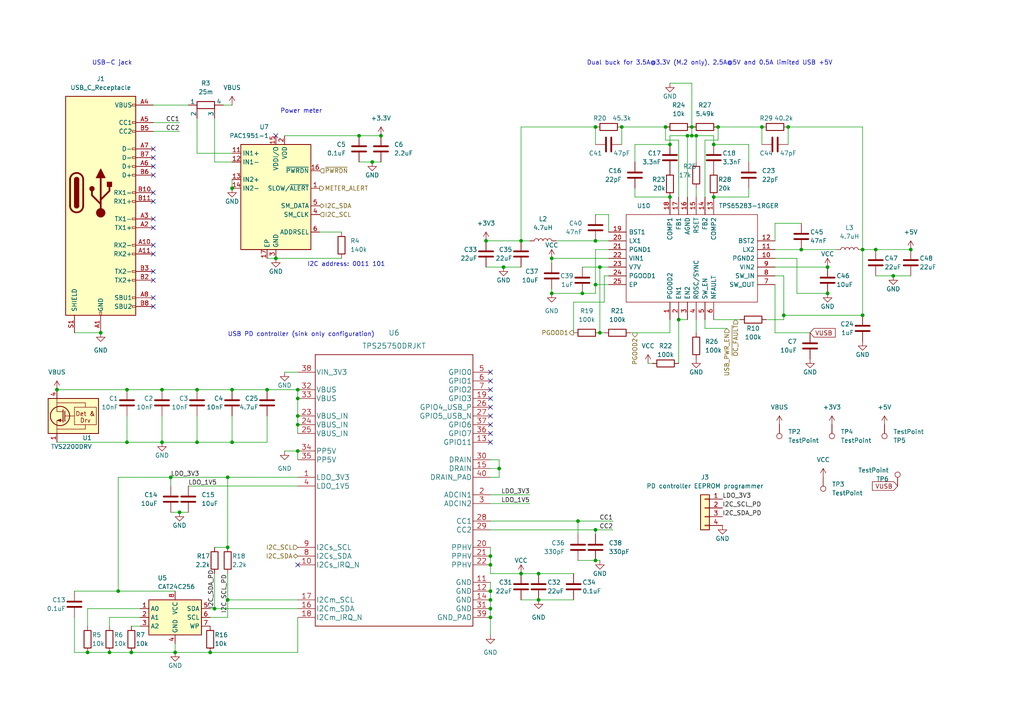
<source format=kicad_sch>
(kicad_sch (version 20230121) (generator eeschema)
  (paper "A4")
  (junction (at 144.78 135.89))
  (junction (at 172.72 162.56))
  (junction (at 66.04 138.43))
  (junction (at 200.66 36.83))
  (junction (at 77.47 113.03))
  (junction (at 107.95 46.99))
  (junction (at 67.31 113.03))
  (junction (at 240.03 85.09))
  (junction (at 66.04 173.99))
  (junction (at 160.02 85.09))
  (junction (at 160.02 74.93))
  (junction (at 156.21 173.99))
  (junction (at 207.01 41.91))
  (junction (at 227.33 91.44))
  (junction (at 86.36 130.81))
  (junction (at 180.34 36.83))
  (junction (at 173.99 96.52))
  (junction (at 46.99 128.27))
  (junction (at 208.28 36.83))
  (junction (at 140.97 69.85))
  (junction (at 264.16 72.39))
  (junction (at 156.21 166.37))
  (junction (at 250.19 72.39))
  (junction (at 173.99 77.47))
  (junction (at 146.05 77.47))
  (junction (at 142.24 163.83))
  (junction (at 110.49 39.37))
  (junction (at 62.23 176.53))
  (junction (at 193.04 36.83))
  (junction (at 25.4 189.23))
  (junction (at 66.04 158.75))
  (junction (at 172.72 36.83))
  (junction (at 67.31 128.27))
  (junction (at 151.13 166.37))
  (junction (at 142.24 176.53))
  (junction (at 142.24 171.45))
  (junction (at 57.15 128.27))
  (junction (at 67.31 54.61))
  (junction (at 86.36 120.65))
  (junction (at 194.31 57.15))
  (junction (at 240.03 77.47))
  (junction (at 220.98 36.83))
  (junction (at 36.83 128.27))
  (junction (at 194.31 41.91))
  (junction (at 50.8 189.23))
  (junction (at 172.72 82.55))
  (junction (at 29.21 96.52))
  (junction (at 52.07 148.59))
  (junction (at 172.72 153.67))
  (junction (at 168.91 85.09))
  (junction (at 86.36 113.03))
  (junction (at 172.72 69.85))
  (junction (at 80.01 74.93))
  (junction (at 16.51 113.03))
  (junction (at 151.13 69.85))
  (junction (at 104.14 39.37))
  (junction (at 36.83 113.03))
  (junction (at 254 72.39))
  (junction (at 259.08 80.01))
  (junction (at 250.19 91.44))
  (junction (at 142.24 161.29))
  (junction (at 38.1 189.23))
  (junction (at 200.66 39.37))
  (junction (at 142.24 173.99))
  (junction (at 142.24 179.07))
  (junction (at 167.64 151.13))
  (junction (at 34.29 171.45))
  (junction (at 201.93 39.37))
  (junction (at 49.53 138.43))
  (junction (at 199.39 39.37))
  (junction (at 86.36 115.57))
  (junction (at 57.15 113.03))
  (junction (at 228.6 36.83))
  (junction (at 31.75 189.23))
  (junction (at 46.99 113.03))
  (junction (at 207.01 57.15))
  (junction (at 86.36 123.19))
  (junction (at 232.41 72.39))
  (junction (at 60.96 189.23))
  (junction (at 196.85 92.71))
  (no_connect (at 142.24 118.11))
  (no_connect (at 142.24 120.65))
  (no_connect (at 44.45 71.12))
  (no_connect (at 44.45 73.66))
  (no_connect (at 44.45 50.8))
  (no_connect (at 44.45 43.18))
  (no_connect (at 44.45 45.72))
  (no_connect (at 44.45 48.26))
  (no_connect (at 86.36 163.83))
  (no_connect (at 80.01 39.37))
  (no_connect (at 142.24 107.95))
  (no_connect (at 142.24 123.19))
  (no_connect (at 142.24 115.57))
  (no_connect (at 142.24 128.27))
  (no_connect (at 142.24 125.73))
  (no_connect (at 142.24 113.03))
  (no_connect (at 142.24 110.49))
  (no_connect (at 44.45 55.88))
  (no_connect (at 44.45 58.42))
  (no_connect (at 44.45 63.5))
  (no_connect (at 44.45 66.04))
  (no_connect (at 44.45 88.9))
  (no_connect (at 44.45 78.74))
  (no_connect (at 44.45 81.28))
  (no_connect (at 44.45 86.36))
  (wire (pts (xy 66.04 179.07) (xy 66.04 173.99)))
  (wire (pts (xy 168.91 77.47) (xy 173.99 77.47)))
  (wire (pts (xy 86.36 123.19) (xy 86.36 120.65)))
  (wire (pts (xy 36.83 113.03) (xy 16.51 113.03)))
  (wire (pts (xy 77.47 128.27) (xy 67.31 128.27)))
  (wire (pts (xy 180.34 36.83) (xy 193.04 36.83)))
  (wire (pts (xy 194.31 41.91) (xy 194.31 39.37)))
  (wire (pts (xy 160.02 83.82) (xy 160.02 85.09)))
  (wire (pts (xy 142.24 153.67) (xy 172.72 153.67)))
  (wire (pts (xy 172.72 41.91) (xy 172.72 36.83)))
  (wire (pts (xy 66.04 138.43) (xy 66.04 158.75)))
  (wire (pts (xy 176.53 67.31) (xy 176.53 62.23)))
  (wire (pts (xy 201.93 39.37) (xy 207.01 39.37)))
  (wire (pts (xy 54.61 140.97) (xy 86.36 140.97)))
  (wire (pts (xy 224.79 96.52) (xy 234.95 96.52)))
  (wire (pts (xy 193.04 40.64) (xy 193.04 36.83)))
  (wire (pts (xy 167.64 151.13) (xy 167.64 154.94)))
  (wire (pts (xy 184.15 41.91) (xy 194.31 41.91)))
  (wire (pts (xy 62.23 158.75) (xy 66.04 158.75)))
  (wire (pts (xy 194.31 92.71) (xy 194.31 96.52)))
  (wire (pts (xy 182.88 96.52) (xy 194.31 96.52)))
  (wire (pts (xy 184.15 46.99) (xy 184.15 41.91)))
  (wire (pts (xy 40.64 176.53) (xy 25.4 176.53)))
  (wire (pts (xy 67.31 52.07) (xy 67.31 54.61)))
  (wire (pts (xy 86.36 125.73) (xy 86.36 123.19)))
  (wire (pts (xy 204.47 92.71) (xy 204.47 95.25)))
  (wire (pts (xy 207.01 39.37) (xy 207.01 41.91)))
  (wire (pts (xy 250.19 72.39) (xy 254 72.39)))
  (wire (pts (xy 222.25 92.71) (xy 227.33 92.71)))
  (wire (pts (xy 172.72 36.83) (xy 151.13 36.83)))
  (wire (pts (xy 259.08 80.01) (xy 264.16 80.01)))
  (wire (pts (xy 232.41 72.39) (xy 242.57 72.39)))
  (wire (pts (xy 168.91 85.09) (xy 172.72 85.09)))
  (wire (pts (xy 180.34 41.91) (xy 180.34 36.83)))
  (wire (pts (xy 142.24 179.07) (xy 142.24 184.15)))
  (wire (pts (xy 151.13 173.99) (xy 156.21 173.99)))
  (wire (pts (xy 57.15 113.03) (xy 67.31 113.03)))
  (wire (pts (xy 46.99 128.27) (xy 36.83 128.27)))
  (wire (pts (xy 57.15 113.03) (xy 46.99 113.03)))
  (wire (pts (xy 142.24 133.35) (xy 144.78 133.35)))
  (wire (pts (xy 201.93 92.71) (xy 201.93 96.52)))
  (wire (pts (xy 142.24 166.37) (xy 151.13 166.37)))
  (wire (pts (xy 176.53 72.39) (xy 172.72 72.39)))
  (wire (pts (xy 66.04 166.37) (xy 66.04 173.99)))
  (wire (pts (xy 196.85 92.71) (xy 196.85 105.41)))
  (wire (pts (xy 217.17 54.61) (xy 217.17 57.15)))
  (wire (pts (xy 86.36 120.65) (xy 86.36 115.57)))
  (wire (pts (xy 52.07 148.59) (xy 54.61 148.59)))
  (wire (pts (xy 156.21 166.37) (xy 166.37 166.37)))
  (wire (pts (xy 151.13 69.85) (xy 153.67 69.85)))
  (wire (pts (xy 107.95 46.99) (xy 104.14 46.99)))
  (wire (pts (xy 228.6 36.83) (xy 228.6 41.91)))
  (wire (pts (xy 40.64 179.07) (xy 31.75 179.07)))
  (wire (pts (xy 208.28 36.83) (xy 208.28 40.64)))
  (wire (pts (xy 224.79 80.01) (xy 227.33 80.01)))
  (wire (pts (xy 194.31 24.13) (xy 200.66 24.13)))
  (wire (pts (xy 175.26 87.63) (xy 166.37 87.63)))
  (wire (pts (xy 44.45 38.1) (xy 52.07 38.1)))
  (wire (pts (xy 142.24 173.99) (xy 142.24 176.53)))
  (wire (pts (xy 142.24 143.51) (xy 153.67 143.51)))
  (wire (pts (xy 49.53 148.59) (xy 52.07 148.59)))
  (wire (pts (xy 31.75 189.23) (xy 38.1 189.23)))
  (wire (pts (xy 194.31 39.37) (xy 199.39 39.37)))
  (wire (pts (xy 77.47 113.03) (xy 67.31 113.03)))
  (wire (pts (xy 99.06 67.31) (xy 92.71 67.31)))
  (wire (pts (xy 175.26 80.01) (xy 175.26 87.63)))
  (wire (pts (xy 196.85 40.64) (xy 193.04 40.64)))
  (wire (pts (xy 142.24 146.05) (xy 153.67 146.05)))
  (wire (pts (xy 21.59 96.52) (xy 29.21 96.52)))
  (wire (pts (xy 62.23 34.29) (xy 62.23 46.99)))
  (wire (pts (xy 160.02 74.93) (xy 176.53 74.93)))
  (wire (pts (xy 62.23 176.53) (xy 86.36 176.53)))
  (wire (pts (xy 173.99 77.47) (xy 176.53 77.47)))
  (wire (pts (xy 49.53 138.43) (xy 66.04 138.43)))
  (wire (pts (xy 38.1 181.61) (xy 40.64 181.61)))
  (wire (pts (xy 231.14 74.93) (xy 231.14 85.09)))
  (wire (pts (xy 86.36 130.81) (xy 86.36 133.35)))
  (wire (pts (xy 217.17 41.91) (xy 207.01 41.91)))
  (wire (pts (xy 86.36 113.03) (xy 77.47 113.03)))
  (wire (pts (xy 104.14 39.37) (xy 110.49 39.37)))
  (wire (pts (xy 208.28 40.64) (xy 204.47 40.64)))
  (wire (pts (xy 160.02 74.93) (xy 160.02 76.2)))
  (wire (pts (xy 31.75 179.07) (xy 31.75 181.61)))
  (wire (pts (xy 34.29 171.45) (xy 50.8 171.45)))
  (wire (pts (xy 142.24 171.45) (xy 142.24 173.99)))
  (wire (pts (xy 166.37 87.63) (xy 166.37 96.52)))
  (wire (pts (xy 57.15 44.45) (xy 67.31 44.45)))
  (wire (pts (xy 173.99 162.56) (xy 172.72 162.56)))
  (wire (pts (xy 224.79 69.85) (xy 224.79 64.77)))
  (wire (pts (xy 67.31 120.65) (xy 67.31 128.27)))
  (wire (pts (xy 44.45 35.56) (xy 52.07 35.56)))
  (wire (pts (xy 49.53 140.97) (xy 49.53 138.43)))
  (wire (pts (xy 227.33 92.71) (xy 227.33 91.44)))
  (wire (pts (xy 201.93 54.61) (xy 201.93 57.15)))
  (wire (pts (xy 199.39 92.71) (xy 196.85 92.71)))
  (wire (pts (xy 194.31 57.15) (xy 184.15 57.15)))
  (wire (pts (xy 172.72 82.55) (xy 176.53 82.55)))
  (wire (pts (xy 38.1 189.23) (xy 50.8 189.23)))
  (wire (pts (xy 80.01 74.93) (xy 77.47 74.93)))
  (wire (pts (xy 82.55 39.37) (xy 104.14 39.37)))
  (wire (pts (xy 224.79 64.77) (xy 232.41 64.77)))
  (wire (pts (xy 46.99 113.03) (xy 36.83 113.03)))
  (wire (pts (xy 161.29 69.85) (xy 172.72 69.85)))
  (wire (pts (xy 172.72 69.85) (xy 176.53 69.85)))
  (wire (pts (xy 175.26 80.01) (xy 176.53 80.01)))
  (wire (pts (xy 25.4 189.23) (xy 31.75 189.23)))
  (wire (pts (xy 250.19 36.83) (xy 250.19 72.39)))
  (wire (pts (xy 167.64 151.13) (xy 177.8 151.13)))
  (wire (pts (xy 201.93 46.99) (xy 201.93 39.37)))
  (wire (pts (xy 250.19 91.44) (xy 250.19 72.39)))
  (wire (pts (xy 227.33 80.01) (xy 227.33 91.44)))
  (wire (pts (xy 21.59 171.45) (xy 34.29 171.45)))
  (wire (pts (xy 142.24 151.13) (xy 167.64 151.13)))
  (wire (pts (xy 224.79 72.39) (xy 232.41 72.39)))
  (wire (pts (xy 142.24 161.29) (xy 142.24 163.83)))
  (wire (pts (xy 44.45 30.48) (xy 54.61 30.48)))
  (wire (pts (xy 57.15 34.29) (xy 57.15 44.45)))
  (wire (pts (xy 160.02 85.09) (xy 168.91 85.09)))
  (wire (pts (xy 207.01 92.71) (xy 214.63 92.71)))
  (wire (pts (xy 86.36 138.43) (xy 66.04 138.43)))
  (wire (pts (xy 173.99 96.52) (xy 173.99 77.47)))
  (wire (pts (xy 110.49 46.99) (xy 107.95 46.99)))
  (wire (pts (xy 142.24 176.53) (xy 142.24 179.07)))
  (wire (pts (xy 57.15 120.65) (xy 57.15 128.27)))
  (wire (pts (xy 200.66 36.83) (xy 200.66 39.37)))
  (wire (pts (xy 204.47 95.25) (xy 210.82 95.25)))
  (wire (pts (xy 156.21 173.99) (xy 166.37 173.99)))
  (wire (pts (xy 21.59 189.23) (xy 25.4 189.23)))
  (wire (pts (xy 208.28 36.83) (xy 220.98 36.83)))
  (wire (pts (xy 36.83 120.65) (xy 36.83 128.27)))
  (wire (pts (xy 82.55 130.81) (xy 86.36 130.81)))
  (wire (pts (xy 172.72 72.39) (xy 172.72 82.55)))
  (wire (pts (xy 49.53 138.43) (xy 34.29 138.43)))
  (wire (pts (xy 199.39 57.15) (xy 199.39 39.37)))
  (wire (pts (xy 172.72 85.09) (xy 172.72 82.55)))
  (wire (pts (xy 227.33 91.44) (xy 250.19 91.44)))
  (wire (pts (xy 204.47 40.64) (xy 204.47 57.15)))
  (wire (pts (xy 140.97 77.47) (xy 146.05 77.47)))
  (wire (pts (xy 151.13 36.83) (xy 151.13 69.85)))
  (wire (pts (xy 66.04 173.99) (xy 86.36 173.99)))
  (wire (pts (xy 57.15 128.27) (xy 46.99 128.27)))
  (wire (pts (xy 36.83 128.27) (xy 16.51 128.27)))
  (wire (pts (xy 50.8 189.23) (xy 60.96 189.23)))
  (wire (pts (xy 50.8 189.23) (xy 50.8 186.69)))
  (wire (pts (xy 254 72.39) (xy 264.16 72.39)))
  (wire (pts (xy 86.36 115.57) (xy 86.36 113.03)))
  (wire (pts (xy 86.36 189.23) (xy 60.96 189.23)))
  (wire (pts (xy 167.64 162.56) (xy 172.72 162.56)))
  (wire (pts (xy 77.47 120.65) (xy 77.47 128.27)))
  (wire (pts (xy 60.96 179.07) (xy 66.04 179.07)))
  (wire (pts (xy 220.98 36.83) (xy 220.98 41.91)))
  (wire (pts (xy 64.77 30.48) (xy 67.31 30.48)))
  (wire (pts (xy 144.78 135.89) (xy 144.78 138.43)))
  (wire (pts (xy 140.97 69.85) (xy 151.13 69.85)))
  (wire (pts (xy 254 80.01) (xy 259.08 80.01)))
  (wire (pts (xy 144.78 133.35) (xy 144.78 135.89)))
  (wire (pts (xy 62.23 166.37) (xy 62.23 176.53)))
  (wire (pts (xy 224.79 74.93) (xy 231.14 74.93)))
  (wire (pts (xy 224.79 77.47) (xy 240.03 77.47)))
  (wire (pts (xy 196.85 57.15) (xy 196.85 40.64)))
  (wire (pts (xy 200.66 24.13) (xy 200.66 36.83)))
  (wire (pts (xy 217.17 57.15) (xy 207.01 57.15)))
  (wire (pts (xy 146.05 77.47) (xy 151.13 77.47)))
  (wire (pts (xy 217.17 46.99) (xy 217.17 41.91)))
  (wire (pts (xy 172.72 153.67) (xy 172.72 154.94)))
  (wire (pts (xy 99.06 74.93) (xy 80.01 74.93)))
  (wire (pts (xy 21.59 179.07) (xy 21.59 189.23)))
  (wire (pts (xy 172.72 153.67) (xy 177.8 153.67)))
  (wire (pts (xy 199.39 39.37) (xy 200.66 39.37)))
  (wire (pts (xy 187.96 105.41) (xy 189.23 105.41)))
  (wire (pts (xy 184.15 57.15) (xy 184.15 54.61)))
  (wire (pts (xy 142.24 158.75) (xy 142.24 161.29)))
  (wire (pts (xy 82.55 107.95) (xy 86.36 107.95)))
  (wire (pts (xy 200.66 39.37) (xy 201.93 39.37)))
  (wire (pts (xy 60.96 176.53) (xy 62.23 176.53)))
  (wire (pts (xy 231.14 85.09) (xy 240.03 85.09)))
  (wire (pts (xy 142.24 135.89) (xy 144.78 135.89)))
  (wire (pts (xy 151.13 166.37) (xy 156.21 166.37)))
  (wire (pts (xy 25.4 176.53) (xy 25.4 181.61)))
  (wire (pts (xy 46.99 120.65) (xy 46.99 128.27)))
  (wire (pts (xy 86.36 179.07) (xy 86.36 189.23)))
  (wire (pts (xy 144.78 138.43) (xy 142.24 138.43)))
  (wire (pts (xy 228.6 36.83) (xy 250.19 36.83)))
  (wire (pts (xy 34.29 138.43) (xy 34.29 171.45)))
  (wire (pts (xy 67.31 128.27) (xy 57.15 128.27)))
  (wire (pts (xy 173.99 96.52) (xy 175.26 96.52)))
  (wire (pts (xy 62.23 46.99) (xy 67.31 46.99)))
  (wire (pts (xy 142.24 168.91) (xy 142.24 171.45)))
  (wire (pts (xy 142.24 163.83) (xy 142.24 166.37)))
  (wire (pts (xy 224.79 82.55) (xy 224.79 96.52)))
  (wire (pts (xy 176.53 62.23) (xy 172.72 62.23)))
  (text "Dual buck for 3.5A@3.3V (M.2 only), 2.5A@5V and 0.5A limited USB +5V" (at 170.18 19.05 0) (effects (font (size 1.27 1.27)) (justify left bottom)))
  (text "USB PD controller (sink only configuration)" (at 66.04 97.79 0) (effects (font (size 1.27 1.27)) (justify left bottom)))
  (text "Power meter\n" (at 81.28 33.02 0) (effects (font (size 1.27 1.27)) (justify left bottom)))
  (text "USB-C jack" (at 26.67 19.05 0) (effects (font (size 1.27 1.27)) (justify left bottom)))
  (text "I2C address: 0011 101" (at 111.76 77.47 0) (effects (font (size 1.27 1.27)) (justify right bottom)))
  (label "CC1" (at 177.8 151.13 180))
  (label "CC2" (at 52.07 38.1 180))
  (label "I2C_SCL_PD" (at 209.55 147.32 0))
  (label "LDO_1V5" (at 153.67 146.05 180))
  (label "LDO_3V3" (at 209.55 144.78 0))
  (label "I2C_SDA_PD" (at 62.23 176.53 90))
  (label "LDO_3V3" (at 49.53 138.43 0))
  (label "CC1" (at 52.07 35.56 180))
  (label "LDO_3V3" (at 153.67 143.51 180))
  (label "LDO_1V5" (at 54.61 140.97 0))
  (label "CC2" (at 177.8 153.67 180))
  (label "I2C_SCL_PD" (at 66.04 177.8 90))
  (label "I2C_SDA_PD" (at 209.55 149.86 0))
  (global_label "VUSB" (shape input) (at 234.95 96.52 0) (property "Intersheetrefs" "${INTERSHEET_REFS}" (effects hide)))
  (global_label "VUSB" (shape input) (at 260.35 140.97 180) (property "Intersheetrefs" "${INTERSHEET_REFS}" (effects hide)))
  (hierarchical_label "USB_PWR_EN" (shape input) (at 210.82 95.25 270))
  (hierarchical_label "~{PWRDN}" (shape input) (at 92.71 49.53 0))
  (hierarchical_label "I2C_SCL" (shape input) (at 92.71 62.23 0))
  (hierarchical_label "PGOOD1" (shape output) (at 166.37 96.52 180))
  (hierarchical_label "I2C_SDA" (shape bidirectional) (at 92.71 59.69 0))
  (hierarchical_label "I2C_SCL" (shape input) (at 86.36 158.75 180))
  (hierarchical_label "METER_ALERT" (shape output) (at 92.71 54.61 0))
  (hierarchical_label "~{OC_FAULT}" (shape input) (at 213.36 92.71 270))
  (hierarchical_label "PGOOD2" (shape output) (at 184.15 96.52 270))
  (hierarchical_label "I2C_SDA" (shape bidirectional) (at 86.36 161.29 180))
  (symbol (lib_id "Device:R") (at 60.96 185.42 0) (unit 1)
    (property "Reference" "R16" (at 62.23 184.15 0) (effects (justify left)))
    (property "Value" "10k" (at 62.23 186.69 0) (effects (justify left)))
    (property "Footprint" "Resistor_SMD:R_0402_1005Metric" (effects hide))
    (property "MPN" "AC0402FR-0710KL" (effects hide))
  )
  (symbol (lib_id "Device:C") (at 36.83 116.84 0) (mirror y) (unit 1)
    (property "Reference" "C1" (at 34.29 115.57 0) (effects (justify left)))
    (property "Value" "10nF" (at 34.29 118.11 0) (effects (justify left)))
    (property "Footprint" "Capacitor_SMD:C_0402_1005Metric" (effects hide))
    (property "MPN" "CC0402JRX7R9BB103" (effects hide))
  )
  (symbol (lib_id "Device:R") (at 196.85 36.83 90) (unit 1)
    (property "Reference" "R24" (at 196.85 30.48 90))
    (property "Value" "10k" (at 196.85 33.02 90))
    (property "Footprint" "Resistor_SMD:R_0402_1005Metric" (effects hide))
    (property "MPN" "AC0402FR-0710KL" (effects hide))
  )
  (symbol (lib_id "power:+3V3") (at 241.3 123.19 0) (unit 1)
    (property "Reference" "#PWR0180" (effects hide))
    (property "Value" "+3V3" (at 241.3 118.11 0))
  )
  (symbol (lib_id "Device:C") (at 46.99 116.84 0) (mirror y) (unit 1)
    (property "Reference" "C2" (at 44.45 115.57 0) (effects (justify left)))
    (property "Value" "10nF" (at 44.45 118.11 0) (effects (justify left)))
    (property "Footprint" "Capacitor_SMD:C_0402_1005Metric" (effects hide))
    (property "MPN" "CC0402JRX7R9BB103" (effects hide))
  )
  (symbol (lib_id "power:GND") (at 80.01 74.93 0) (mirror y) (unit 1)
    (property "Reference" "#PWR0124" (effects hide))
    (property "Value" "GND" (at 80.01 78.74 0))
  )
  (symbol (lib_id "power:+5V") (at 256.54 123.19 0) (mirror y) (unit 1)
    (property "Reference" "#PWR0182" (effects hide))
    (property "Value" "+5V" (at 256.54 118.11 0))
  )
  (symbol (lib_id "power:GND") (at 156.21 173.99 0) (unit 1)
    (property "Reference" "#PWR0164" (effects hide))
    (property "Value" "GND" (at 156.21 179.07 0))
  )
  (symbol (lib_id "Device:C") (at 232.41 68.58 180) (unit 1)
    (property "Reference" "C45" (at 234.95 67.31 0) (effects (justify right)))
    (property "Value" "47nF" (at 234.95 69.85 0) (effects (justify right)))
    (property "Footprint" "Capacitor_SMD:C_0402_1005Metric" (effects hide))
    (property "MPN" "UMK105B7472KV-F" (effects hide))
  )
  (symbol (lib_id "Device:C") (at 21.59 175.26 0) (mirror x) (unit 1)
    (property "Reference" "C13" (at 19.05 173.99 0) (effects (justify right)))
    (property "Value" "0.1uF" (at 19.05 176.53 0) (effects (justify right)))
    (property "Footprint" "Capacitor_SMD:C_0402_1005Metric" (effects hide))
    (property "MPN" "CL05B104KA5NNNC" (effects hide))
  )
  (symbol (lib_id "Device:C") (at 49.53 144.78 0) (mirror x) (unit 1)
    (property "Reference" "C14" (at 45.72 143.5099 0) (effects (justify right)))
    (property "Value" "10uF" (at 45.72 146.0499 0) (effects (justify right)))
    (property "Footprint" "Capacitor_SMD:C_0603_1608Metric" (effects hide))
    (property "MPN" "GRM188R61E106KA73D" (effects hide))
  )
  (symbol (lib_id "Device:R") (at 38.1 185.42 0) (unit 1)
    (property "Reference" "R7" (at 39.37 184.15 0) (effects (justify left)))
    (property "Value" "10k" (at 39.37 186.69 0) (effects (justify left)))
    (property "Footprint" "Resistor_SMD:R_0402_1005Metric" (effects hide))
    (property "MPN" "AC0402FR-0710KL" (effects hide))
  )
  (symbol (lib_id "power:GND") (at 209.55 152.4 0) (unit 1)
    (property "Reference" "#PWR0142" (effects hide))
    (property "Value" "GND" (at 209.55 156.21 0))
  )
  (symbol (lib_id "Device:C") (at 172.72 66.04 0) (mirror x) (unit 1)
    (property "Reference" "C40" (at 168.91 64.7699 0) (effects (justify right)))
    (property "Value" "47nF" (at 168.91 67.3099 0) (effects (justify right)))
    (property "Footprint" "Capacitor_SMD:C_0402_1005Metric" (effects hide))
    (property "MPN" "UMK105B7472KV-F" (effects hide))
  )
  (symbol (lib_id "power:GND") (at 259.08 80.01 0) (unit 1)
    (property "Reference" "#PWR0115" (effects hide))
    (property "Value" "GND" (at 259.08 83.82 0))
  )
  (symbol (lib_id "power:GND") (at 67.31 54.61 0) (mirror y) (unit 1)
    (property "Reference" "#PWR0131" (effects hide))
    (property "Value" "GND" (at 67.31 58.42 0))
  )
  (symbol (lib_id "power:GND") (at 173.99 162.56 0) (unit 1)
    (property "Reference" "#PWR0165" (effects hide))
    (property "Value" "GND" (at 173.99 166.37 0))
  )
  (symbol (lib_id "Device:C") (at 224.79 41.91 270) (mirror x) (unit 1)
    (property "Reference" "C44" (at 222.25 44.45 90))
    (property "Value" "47pF" (at 228.6 44.45 90))
    (property "Footprint" "Capacitor_SMD:C_0402_1005Metric" (effects hide))
    (property "MPN" "C0402C470J5RACAUTO" (effects hide))
  )
  (symbol (lib_id "Device:C") (at 151.13 73.66 0) (mirror x) (unit 1)
    (property "Reference" "C35" (at 148.59 72.39 0) (effects (justify right)))
    (property "Value" "22uF" (at 148.59 74.93 0) (effects (justify right)))
    (property "Footprint" "Capacitor_SMD:C_0805_2012Metric" (effects hide))
    (property "MPN" "CL21A226KOQNNNE" (effects hide))
  )
  (symbol (lib_id "Power_Protection:TVS2200DRV") (at 16.51 120.65 0) (mirror y) (unit 1)
    (property "Reference" "U1" (at 26.67 127 0) (effects (justify left)))
    (property "Value" "TVS2200DRV" (at 26.67 129.54 0) (effects (justify left)))
    (property "Footprint" "Package_SON:WSON-6-1EP_2x2mm_P0.65mm_EP1x1.6mm" (effects hide))
    (property "Datasheet" "http://www.ti.com/lit/ds/symlink/tvs2200.pdf" (effects hide))
    (property "MPN" "TVS2200DRVR" (effects hide))
  )
  (symbol (lib_id "Connector:TestPoint") (at 238.76 138.43 180) (unit 1)
    (property "Reference" "TP3" (at 241.3 140.4619 0) (effects (justify right)))
    (property "Value" "TestPoint" (at 241.3 143.0019 0) (effects (justify right)))
    (property "Footprint" "TestPoint:TestPoint_Pad_D1.0mm" (effects hide))
  )
  (symbol (lib_id "Device:R_Shunt") (at 59.69 30.48 90) (mirror x) (unit 1)
    (property "Reference" "R3" (at 59.69 24.13 90))
    (property "Value" "25m" (at 59.69 26.67 90))
    (property "Footprint" "Resistor_SMD:R_Shunt_Vishay_WSK2512_6332Metric_T1.19mm" (effects hide))
    (property "MPN" "WSK2512R0250DEA" (effects hide))
  )
  (symbol (lib_id "Device:R") (at 62.23 162.56 0) (mirror y) (unit 1)
    (property "Reference" "R17" (at 60.96 161.29 0) (effects (justify left)))
    (property "Value" "2.2k" (at 60.96 163.83 0) (effects (justify left)))
    (property "Footprint" "Resistor_SMD:R_0402_1005Metric" (effects hide))
    (property "MPN" "RC0402FR-132K2L" (effects hide))
  )
  (symbol (lib_id "power:+3.3V") (at 110.49 39.37 0) (unit 1)
    (property "Reference" "#PWR0129" (effects hide))
    (property "Value" "+3.3V" (at 110.49 34.29 0))
  )
  (symbol (lib_id "Connector:TestPoint") (at 241.3 123.19 180) (unit 1)
    (property "Reference" "TP4" (at 243.84 125.2219 0) (effects (justify right)))
    (property "Value" "TestPoint" (at 243.84 127.7619 0) (effects (justify right)))
    (property "Footprint" "TestPoint:TestPoint_Pad_D1.0mm" (effects hide))
  )
  (symbol (lib_id "power:GND") (at 146.05 77.47 0) (unit 1)
    (property "Reference" "#PWR0127" (effects hide))
    (property "Value" "GND" (at 146.05 81.28 0))
  )
  (symbol (lib_id "Connector:TestPoint") (at 226.06 123.19 180) (unit 1)
    (property "Reference" "TP2" (at 228.6 125.2219 0) (effects (justify right)))
    (property "Value" "TestPoint" (at 228.6 127.7619 0) (effects (justify right)))
    (property "Footprint" "TestPoint:TestPoint_Pad_D1.0mm" (effects hide))
  )
  (symbol (lib_id "power:VBUS") (at 226.06 123.19 0) (unit 1)
    (property "Reference" "#PWR0181" (effects hide))
    (property "Value" "VBUS" (at 226.06 118.11 0))
  )
  (symbol (lib_id "Device:R") (at 170.18 96.52 270) (unit 1)
    (property "Reference" "R19" (at 170.18 90.17 90))
    (property "Value" "100k" (at 170.18 92.71 90))
    (property "Footprint" "Resistor_SMD:R_0402_1005Metric" (effects hide))
    (property "MPN" "RC0402FR-07100KL" (effects hide))
  )
  (symbol (lib_id "Device:C") (at 168.91 81.28 0) (mirror x) (unit 1)
    (property "Reference" "C39" (at 166.37 80.01 0) (effects (justify right)))
    (property "Value" "1uF" (at 166.37 82.55 0) (effects (justify right)))
    (property "Footprint" "Capacitor_SMD:C_0402_1005Metric" (effects hide))
    (property "MPN" "GRM155R61E105KA12J" (effects hide))
  )
  (symbol (lib_id "PTPS25750DRJKT:PTPS25750DRJKT") (at 86.36 107.95 0) (unit 1)
    (property "Reference" "U6" (at 114.3 96.52 0) (effects (font (size 1.524 1.524))))
    (property "Value" "TPS25750DRJKT" (at 114.3 100.33 0) (effects (font (size 1.524 1.524))))
    (property "Footprint" "TPS25750:PTPS25750DRJKT" (effects hide))
    (property "MPN" "TPS25750DRJKT" (effects hide))
  )
  (symbol (lib_id "Device:C") (at 160.02 80.01 0) (mirror x) (unit 1)
    (property "Reference" "C37" (at 156.21 78.7399 0) (effects (justify right)))
    (property "Value" "10uF" (at 156.21 81.2799 0) (effects (justify right)))
    (property "Footprint" "Capacitor_SMD:C_0603_1608Metric" (effects hide))
    (property "MPN" "GRM188R61E106KA73D" (effects hide))
  )
  (symbol (lib_id "TPS65283-1RGER:TPS65283-1RGER") (at 194.31 92.71 90) (unit 1)
    (property "Reference" "U10" (at 186.69 59.69 90))
    (property "Value" "TPS65283-1RGER" (at 217.17 59.69 90))
    (property "Footprint" "TPS65283:QFN50P400X400X100-25N-D" (effects hide))
    (property "Datasheet" "http://www.ti.com/lit/gpn/tps65283-1" (effects hide))
    (property "Description" "4.5 V to 18 V Input Voltage, 3.5A/2.5A, Synchronous Dual Buck Converter w/ Power Distribution Switch" (effects hide))
    (property "Height" "1" (effects hide))
    (property "Manufacturer_Name" "Texas Instruments" (effects hide))
    (property "Manufacturer_Part_Number" "TPS65283-1RGER" (effects hide))
    (property "Mouser Part Number" "595-TPS65283-1RGER" (effects hide))
    (property "Mouser Price/Stock" "https://www.mouser.co.uk/ProductDetail/Texas-Instruments/TPS65283-1RGER?qs=1MXlzafEN3%252Bsr0c7NP8uJw%3D%3D" (effects hide))
    (property "Arrow Part Number" "TPS65283-1RGER" (effects hide))
    (property "Arrow Price/Stock" "https://www.arrow.com/en/products/tps65283-1rger/texas-instruments" (effects hide))
    (property "MPN" "TPS65283-1RGER" (effects hide))
  )
  (symbol (lib_id "Device:R") (at 218.44 92.71 90) (unit 1)
    (property "Reference" "R10" (at 218.44 95.25 90))
    (property "Value" "100k" (at 218.44 97.79 90))
    (property "Footprint" "Resistor_SMD:R_0402_1005Metric" (effects hide))
    (property "MPN" "RC0402FR-07100KL" (effects hide))
  )
  (symbol (lib_id "Device:R") (at 201.93 50.8 0) (unit 1)
    (property "Reference" "R25" (at 198.12 48.26 0) (effects (justify left)))
    (property "Value" "17k" (at 196.85 50.8 0) (effects (justify left)))
    (property "Footprint" "Resistor_SMD:R_0402_1005Metric" (effects hide))
    (property "MPN" "RC0402FR-0716K9L" (effects hide))
  )
  (symbol (lib_id "Device:R") (at 179.07 96.52 270) (unit 1)
    (property "Reference" "R21" (at 179.07 90.17 90))
    (property "Value" "100k" (at 179.07 92.71 90))
    (property "Footprint" "Resistor_SMD:R_0402_1005Metric" (effects hide))
    (property "MPN" "RC0402FR-07100KL" (effects hide))
  )
  (symbol (lib_id "power:GND") (at 201.93 104.14 0) (unit 1)
    (property "Reference" "#PWR0125" (effects hide))
    (property "Value" "GND" (at 201.93 107.95 0))
  )
  (symbol (lib_id "Device:C") (at 167.64 158.75 0) (mirror x) (unit 1)
    (property "Reference" "C36" (at 163.83 157.4799 0) (effects (justify right)))
    (property "Value" "330pF" (at 163.83 160.0199 0) (effects (justify right)))
    (property "Footprint" "Capacitor_SMD:C_0402_1005Metric" (effects hide))
    (property "MPN" "885012205058" (effects hide))
  )
  (symbol (lib_id "power:GND") (at 107.95 46.99 0) (mirror y) (unit 1)
    (property "Reference" "#PWR0114" (effects hide))
    (property "Value" "GND" (at 107.95 50.8 0))
  )
  (symbol (lib_id "Device:C") (at 166.37 170.18 180) (unit 1)
    (property "Reference" "C34" (at 168.91 168.91 0) (effects (justify right)))
    (property "Value" "0.1uF" (at 168.91 171.45 0) (effects (justify right)))
    (property "Footprint" "Capacitor_SMD:C_0402_1005Metric" (effects hide))
    (property "MPN" "CL05B104KA5NNNC" (effects hide))
  )
  (symbol (lib_id "Device:R") (at 193.04 105.41 270) (unit 1)
    (property "Reference" "R22" (at 193.04 100.33 90))
    (property "Value" "100k" (at 193.04 102.87 90))
    (property "Footprint" "Resistor_SMD:R_0402_1005Metric" (effects hide))
    (property "MPN" "RC0402FR-07100KL" (effects hide))
  )
  (symbol (lib_id "Device:C") (at 264.16 76.2 180) (unit 1)
    (property "Reference" "C48" (at 266.7 74.93 0) (effects (justify right)))
    (property "Value" "22uF" (at 266.7 77.47 0) (effects (justify right)))
    (property "Footprint" "Capacitor_SMD:C_0805_2012Metric" (effects hide))
    (property "MPN" "CL21A226KOQNNNE" (effects hide))
  )
  (symbol (lib_id "Device:C") (at 77.47 116.84 0) (mirror x) (unit 1)
    (property "Reference" "C25" (at 74.93 115.57 0) (effects (justify right)))
    (property "Value" "4.7uF" (at 74.93 118.11 0) (effects (justify right)))
    (property "Footprint" "Capacitor_SMD:C_0603_1608Metric" (effects hide))
    (property "MPN" "GRM188R6YA475KE15D" (effects hide))
  )
  (symbol (lib_id "Device:C") (at 104.14 43.18 0) (unit 1)
    (property "Reference" "C5" (at 100.33 41.9099 0) (effects (justify right)))
    (property "Value" "0.1uF" (at 100.33 44.4499 0) (effects (justify right)))
    (property "Footprint" "Capacitor_SMD:C_0402_1005Metric" (effects hide))
    (property "MPN" "CL05B104KA5NNNC" (effects hide))
  )
  (symbol (lib_id "power:VCC") (at 187.96 105.41 0) (unit 1)
    (property "Reference" "#PWR0123" (effects hide))
    (property "Value" "VCC" (at 187.96 100.33 0))
  )
  (symbol (lib_id "power:GND") (at 240.03 85.09 0) (unit 1)
    (property "Reference" "#PWR0117" (effects hide))
    (property "Value" "GND" (at 240.03 88.9 0))
  )
  (symbol (lib_id "Device:C") (at 67.31 116.84 0) (mirror y) (unit 1)
    (property "Reference" "C4" (at 64.77 115.57 0) (effects (justify left)))
    (property "Value" "10nF" (at 64.77 118.11 0) (effects (justify left)))
    (property "Footprint" "Capacitor_SMD:C_0402_1005Metric" (effects hide))
    (property "MPN" "CC0402JRX7R9BB103" (effects hide))
  )
  (symbol (lib_id "Device:R") (at 224.79 36.83 90) (unit 1)
    (property "Reference" "R29" (at 222.25 34.29 90))
    (property "Value" "40.2k" (at 227.33 34.29 90))
    (property "Footprint" "Resistor_SMD:R_0402_1005Metric" (effects hide))
    (property "MPN" "RC0402FR-0740K2L" (effects hide))
  )
  (symbol (lib_id "power:VBUS") (at 67.31 30.48 0) (unit 1)
    (property "Reference" "#PWR0130" (effects hide))
    (property "Value" "VBUS" (at 67.31 25.4 0))
  )
  (symbol (lib_id "Connector:TestPoint") (at 260.35 140.97 0) (unit 1)
    (property "Reference" "TP6" (at 257.81 138.9381 0) (effects (justify right)))
    (property "Value" "TestPoint" (at 257.81 136.3981 0) (effects (justify right)))
    (property "Footprint" "TestPoint:TestPoint_Pad_D1.0mm" (effects hide))
  )
  (symbol (lib_id "Device:R") (at 99.06 71.12 180) (unit 1)
    (property "Reference" "R4" (at 101.6 69.8499 0) (effects (justify right)))
    (property "Value" "140k" (at 101.6 72.3899 0) (effects (justify right)))
    (property "Footprint" "Resistor_SMD:R_0402_1005Metric" (effects hide))
    (property "MPN" "RC0402FR-07470RL" (effects hide))
  )
  (symbol (lib_id "power:VCC") (at 160.02 74.93 0) (unit 1)
    (property "Reference" "#PWR0126" (effects hide))
    (property "Value" "VCC" (at 160.02 71.12 0))
  )
  (symbol (lib_id "Device:C") (at 172.72 158.75 0) (unit 1)
    (property "Reference" "C38" (at 176.53 157.4799 0) (effects (justify left)))
    (property "Value" "330pF" (at 176.53 160.0199 0) (effects (justify left)))
    (property "Footprint" "Capacitor_SMD:C_0402_1005Metric" (effects hide))
    (property "MPN" "885012205058" (effects hide))
  )
  (symbol (lib_id "Device:C") (at 54.61 144.78 0) (unit 1)
    (property "Reference" "C15" (at 58.42 143.5099 0) (effects (justify left)))
    (property "Value" "10uF" (at 58.42 146.0499 0) (effects (justify left)))
    (property "Footprint" "Capacitor_SMD:C_0603_1608Metric" (effects hide))
    (property "MPN" "GRM188R61E106KA73D" (effects hide))
  )
  (symbol (lib_id "Device:C") (at 110.49 43.18 180) (unit 1)
    (property "Reference" "C6" (at 114.3 41.9099 0) (effects (justify right)))
    (property "Value" "2.2uF" (at 114.3 44.4499 0) (effects (justify right)))
    (property "Footprint" "Capacitor_SMD:C_0402_1005Metric" (effects hide))
    (property "MPN" "LMK105BJ225KV-F" (effects hide))
  )
  (symbol (lib_id "Connector:USB_C_Receptacle") (at 29.21 55.88 0) (unit 1)
    (property "Reference" "J1" (at 29.21 22.86 0))
    (property "Value" "USB_C_Receptacle" (at 29.21 25.4 0))
    (property "Footprint" "Connector_USB:USB_C_Receptacle_Amphenol_12401610E4-2A" (effects hide))
    (property "Datasheet" "https://www.usb.org/sites/default/files/documents/usb_type-c.zip" (effects hide))
    (property "MPN" "12401610E4#2A" (effects hide))
  )
  (symbol (lib_id "power:+3V3") (at 140.97 69.85 0) (unit 1)
    (property "Reference" "#PWR0133" (effects hide))
    (property "Value" "+3V3" (at 140.97 64.77 0))
  )
  (symbol (lib_id "Device:R") (at 31.75 185.42 0) (unit 1)
    (property "Reference" "R6" (at 33.02 184.15 0) (effects (justify left)))
    (property "Value" "10k" (at 33.02 186.69 0) (effects (justify left)))
    (property "Footprint" "Resistor_SMD:R_0402_1005Metric" (effects hide))
    (property "MPN" "AC0402FR-0710KL" (effects hide))
  )
  (symbol (lib_id "Device:R") (at 194.31 53.34 0) (mirror x) (unit 1)
    (property "Reference" "R23" (at 193.04 52.07 0) (effects (justify right)))
    (property "Value" "20k" (at 193.04 54.61 0) (effects (justify right)))
    (property "Footprint" "Resistor_SMD:R_0402_1005Metric" (effects hide))
    (property "MPN" "RC0402FR-1320KL" (effects hide))
  )
  (symbol (lib_id "Device:C") (at 140.97 73.66 0) (mirror x) (unit 1)
    (property "Reference" "C33" (at 138.43 72.39 0) (effects (justify right)))
    (property "Value" "22uF" (at 138.43 74.93 0) (effects (justify right)))
    (property "Footprint" "Capacitor_SMD:C_0805_2012Metric" (effects hide))
    (property "MPN" "CL21A226KOQNNNE" (effects hide))
  )
  (symbol (lib_id "power:GND") (at 160.02 85.09 0) (unit 1)
    (property "Reference" "#PWR0128" (effects hide))
    (property "Value" "GND" (at 160.02 90.17 0))
  )
  (symbol (lib_id "power:+5V") (at 264.16 72.39 0) (unit 1)
    (property "Reference" "#PWR0116" (effects hide))
    (property "Value" "+5V" (at 264.16 67.31 0))
  )
  (symbol (lib_id "power:VCC") (at 238.76 138.43 0) (unit 1)
    (property "Reference" "#PWR0183" (effects hide))
    (property "Value" "VCC" (at 238.76 133.35 0))
  )
  (symbol (lib_id "Device:L") (at 157.48 69.85 90) (unit 1)
    (property "Reference" "L2" (at 157.48 63.5 90))
    (property "Value" "4.7uH" (at 157.48 66.04 90))
    (property "Footprint" "Inductor_SMD:L_Coilcraft_XAL60xx_6.36x6.56mm" (effects hide))
    (property "MPN" "XAL6060-472MEC" (effects hide))
  )
  (symbol (lib_id "Device:C") (at 156.21 170.18 180) (unit 1)
    (property "Reference" "C32" (at 158.75 168.91 0) (effects (justify right)))
    (property "Value" "22uF" (at 158.75 171.45 0) (effects (justify right)))
    (property "Footprint" "Capacitor_SMD:C_1206_3216Metric" (effects hide))
    (property "MPN" "CL31A226KAHNNNE" (effects hide))
  )
  (symbol (lib_id "power:GND") (at 250.19 99.06 0) (unit 1)
    (property "Reference" "#PWR0168" (effects hide))
    (property "Value" "GND" (at 250.19 102.87 0))
  )
  (symbol (lib_id "power:GND") (at 142.24 184.15 0) (unit 1)
    (property "Reference" "#PWR0135" (effects hide))
    (property "Value" "GND" (at 142.24 189.23 0))
  )
  (symbol (lib_id "power:VBUS") (at 16.51 113.03 0) (mirror y) (unit 1)
    (property "Reference" "#PWR0102" (effects hide))
    (property "Value" "VBUS" (at 16.51 107.95 0))
  )
  (symbol (lib_id "power:GND") (at 234.95 104.14 0) (unit 1)
    (property "Reference" "#PWR0101" (effects hide))
    (property "Value" "GND" (at 234.95 107.95 0))
  )
  (symbol (lib_id "power:GND") (at 82.55 107.95 0) (unit 1)
    (property "Reference" "#PWR0136" (effects hide))
    (property "Value" "GND" (at 82.55 111.76 0))
  )
  (symbol (lib_id "power:GND") (at 194.31 24.13 0) (unit 1)
    (property "Reference" "#PWR0119" (effects hide))
    (property "Value" "GND" (at 194.31 27.94 0))
  )
  (symbol (lib_id "Device:C") (at 217.17 50.8 180) (unit 1)
    (property "Reference" "C23" (at 220.98 49.5299 0) (effects (justify right)))
    (property "Value" "22pF" (at 220.98 52.0699 0) (effects (justify right)))
    (property "Footprint" "Capacitor_SMD:C_0402_1005Metric" (effects hide))
    (property "MPN" "C0402C220K5RACTU" (effects hide))
  )
  (symbol (lib_id "Memory_EEPROM:CAT24C256") (at 50.8 179.07 0) (unit 1)
    (property "Reference" "U5" (at 45.72 167.64 0) (effects (justify left)))
    (property "Value" "CAT24C256" (at 45.72 170.18 0) (effects (justify left)))
    (property "Footprint" "Package_SO:SOIC-8_3.9x4.9mm_P1.27mm" (effects hide))
    (property "Datasheet" "https://www.onsemi.cn/PowerSolutions/document/CAT24C256-D.PDF" (effects hide))
    (property "MPN" "CAT24C256WI-GT3" (effects hide))
  )
  (symbol (lib_id "Device:C") (at 151.13 170.18 0) (mirror x) (unit 1)
    (property "Reference" "C31" (at 148.59 168.91 0) (effects (justify right)))
    (property "Value" "22uF" (at 148.59 171.45 0) (effects (justify right)))
    (property "Footprint" "Capacitor_SMD:C_1206_3216Metric" (effects hide))
    (property "MPN" "CL31A226KAHNNNE" (effects hide))
  )
  (symbol (lib_id "power:VCC") (at 151.13 166.37 0) (unit 1)
    (property "Reference" "#PWR0166" (effects hide))
    (property "Value" "VCC" (at 151.13 162.56 0))
  )
  (symbol (lib_id "Device:C") (at 184.15 50.8 0) (mirror x) (unit 1)
    (property "Reference" "C16" (at 180.34 49.5299 0) (effects (justify right)))
    (property "Value" "22pF" (at 180.34 52.0699 0) (effects (justify right)))
    (property "Footprint" "Capacitor_SMD:C_0402_1005Metric" (effects hide))
    (property "MPN" "C0402C220K5RACTU" (effects hide))
  )
  (symbol (lib_id "Device:R") (at 25.4 185.42 0) (unit 1)
    (property "Reference" "R5" (at 26.67 184.15 0) (effects (justify left)))
    (property "Value" "10k" (at 26.67 186.69 0) (effects (justify left)))
    (property "Footprint" "Resistor_SMD:R_0402_1005Metric" (effects hide))
    (property "MPN" "AC0402FR-0710KL" (effects hide))
  )
  (symbol (lib_id "Connector_Generic:Conn_01x04") (at 204.47 147.32 0) (mirror y) (unit 1) (in_bom no)
    (property "Reference" "J3" (at 204.47 138.43 0))
    (property "Value" "PD controller EEPROM programmer" (at 204.47 140.97 0))
    (property "Footprint" "Connector_PinHeader_2.54mm:PinHeader_1x04_P2.54mm_Vertical" (effects hide))
  )
  (symbol (lib_id "Device:C") (at 194.31 45.72 0) (mirror x) (unit 1)
    (property "Reference" "C17" (at 191.77 44.45 0) (effects (justify right)))
    (property "Value" "3.3nF" (at 191.77 46.99 0) (effects (justify right)))
    (property "Footprint" "Capacitor_SMD:C_0402_1005Metric" (effects hide))
    (property "MPN" "CC0402JRX7R9BB332" (effects hide))
  )
  (symbol (lib_id "power:GND") (at 82.55 130.81 0) (unit 1)
    (property "Reference" "#PWR0184" (effects hide))
    (property "Value" "GND" (at 82.55 135.89 0))
  )
  (symbol (lib_id "Device:C") (at 207.01 45.72 0) (unit 1)
    (property "Reference" "C18" (at 209.55 44.45 0) (effects (justify left)))
    (property "Value" "3.3nF" (at 209.55 46.99 0) (effects (justify left)))
    (property "Footprint" "Capacitor_SMD:C_0402_1005Metric" (effects hide))
    (property "MPN" "CC0402JRX7R9BB332" (effects hide))
  )
  (symbol (lib_id "power:GND") (at 50.8 189.23 0) (unit 1)
    (property "Reference" "#PWR0134" (effects hide))
    (property "Value" "GND" (at 50.8 193.04 0))
  )
  (symbol (lib_id "power:VCC") (at 240.03 77.47 0) (unit 1)
    (property "Reference" "#PWR0118" (effects hide))
    (property "Value" "VCC" (at 240.03 73.66 0))
  )
  (symbol (lib_id "Device:C") (at 250.19 95.25 0) (mirror x) (unit 1)
    (property "Reference" "C24" (at 247.65 93.98 0) (effects (justify right)))
    (property "Value" "1uF" (at 247.65 96.52 0) (effects (justify right)))
    (property "Footprint" "Capacitor_SMD:C_0402_1005Metric" (effects hide))
    (property "MPN" "GRM155R61E105KA12J" (effects hide))
  )
  (symbol (lib_id "Device:C") (at 234.95 100.33 0) (mirror x) (unit 1)
    (property "Reference" "C7" (at 231.14 99.0599 0) (effects (justify right)))
    (property "Value" "10uF" (at 231.14 101.5999 0) (effects (justify right)))
    (property "Footprint" "Capacitor_SMD:C_0603_1608Metric" (effects hide))
    (property "MPN" "GRM188R61E106KA73D" (effects hide))
  )
  (symbol (lib_id "Connector:TestPoint") (at 256.54 123.19 0) (mirror x) (unit 1)
    (property "Reference" "TP5" (at 259.08 127.7621 0) (effects (justify left)))
    (property "Value" "TestPoint" (at 259.08 125.2221 0) (effects (justify left)))
    (property "Footprint" "TestPoint:TestPoint_Pad_D1.0mm" (effects hide))
  )
  (symbol (lib_id "Device:L") (at 246.38 72.39 90) (unit 1)
    (property "Reference" "L3" (at 246.38 66.04 90))
    (property "Value" "4.7uH" (at 246.38 68.58 90))
    (property "Footprint" "Inductor_SMD:L_Coilcraft_XAL60xx_6.36x6.56mm" (effects hide))
    (property "MPN" "XAL6060-472MEC" (effects hide))
  )
  (symbol (lib_id "Device:C") (at 240.03 81.28 180) (unit 1)
    (property "Reference" "C46" (at 242.57 80.01 0) (effects (justify right)))
    (property "Value" "10uF" (at 242.57 82.55 0) (effects (justify right)))
    (property "Footprint" "Capacitor_SMD:C_0603_1608Metric" (effects hide))
    (property "MPN" "GRM188R61E106KA73D" (effects hide))
  )
  (symbol (lib_id "Device:C") (at 254 76.2 180) (unit 1)
    (property "Reference" "C47" (at 256.54 74.93 0) (effects (justify right)))
    (property "Value" "22uF" (at 256.54 77.47 0) (effects (justify right)))
    (property "Footprint" "Capacitor_SMD:C_0805_2012Metric" (effects hide))
    (property "MPN" "CL21A226KOQNNNE" (effects hide))
  )
  (symbol (lib_id "power:GND") (at 29.21 96.52 0) (unit 1)
    (property "Reference" "#PWR0163" (effects hide))
    (property "Value" "GND" (at 29.21 101.6 0))
  )
  (symbol (lib_id "Device:C") (at 57.15 116.84 0) (mirror y) (unit 1)
    (property "Reference" "C3" (at 54.61 115.57 0) (effects (justify left)))
    (property "Value" "10nF" (at 54.61 118.11 0) (effects (justify left)))
    (property "Footprint" "Capacitor_SMD:C_0402_1005Metric" (effects hide))
    (property "MPN" "CC0402JRX7R9BB103" (effects hide))
  )
  (symbol (lib_id "power:GND") (at 52.07 148.59 0) (unit 1)
    (property "Reference" "#PWR0132" (effects hide))
    (property "Value" "GND" (at 52.07 152.4 0))
  )
  (symbol (lib_id "Device:R") (at 201.93 100.33 180) (unit 1)
    (property "Reference" "R26" (at 204.47 99.0599 0) (effects (justify right)))
    (property "Value" "100k" (at 204.47 101.5999 0) (effects (justify right)))
    (property "Footprint" "Resistor_SMD:R_0402_1005Metric" (effects hide))
    (property "MPN" "RC0402FR-07100KL" (effects hide))
  )
  (symbol (lib_id "Analog_ADC:PAC1932x-xJQ") (at 80.01 57.15 0) (mirror y) (unit 1)
    (property "Reference" "U7" (at 77.9906 36.83 0) (effects (justify left)))
    (property "Value" "PAC1951-1" (at 77.9906 39.37 0) (effects (justify left)))
    (property "Footprint" "Package_DFN_QFN:VQFN-16-1EP_3x3mm_P0.5mm_EP1.1x1.1mm_ThermalVias" (effects hide))
    (property "Datasheet" "http://ww1.microchip.com/downloads/en/DeviceDoc/PAC1931-Family-Data-Sheet-DS20005850E.pdf" (effects hide))
    (property "MPN" "PAC1951T-1E/4MX" (effects hide))
  )
  (symbol (lib_id "Device:R") (at 207.01 53.34 0) (unit 1)
    (property "Reference" "R28" (at 208.28 52.07 0) (effects (justify left)))
    (property "Value" "20k" (at 208.28 54.61 0) (effects (justify left)))
    (property "Footprint" "Resistor_SMD:R_0402_1005Metric" (effects hide))
    (property "MPN" "RC0402FR-1320KL" (effects hide))
  )
  (symbol (lib_id "Device:R") (at 66.04 162.56 0) (unit 1)
    (property "Reference" "R18" (at 67.31 161.29 0) (effects (justify left)))
    (property "Value" "2.2k" (at 67.31 163.83 0) (effects (justify left)))
    (property "Footprint" "Resistor_SMD:R_0402_1005Metric" (effects hide))
    (property "MPN" "RC0402FR-132K2L" (effects hide))
  )
  (symbol (lib_id "Device:C") (at 176.53 41.91 90) (unit 1)
    (property "Reference" "C41" (at 172.72 44.45 90))
    (property "Value" "47pF" (at 180.34 44.45 90))
    (property "Footprint" "Capacitor_SMD:C_0402_1005Metric" (effects hide))
    (property "MPN" "C0402C470J5RACAUTO" (effects hide))
  )
  (symbol (lib_id "Device:R") (at 204.47 36.83 270) (unit 1)
    (property "Reference" "R27" (at 204.47 30.48 90))
    (property "Value" "5.49k" (at 204.47 33.02 90))
    (property "Footprint" "Resistor_SMD:R_0402_1005Metric" (effects hide))
    (property "MPN" "RC0402FR-075K49L" (effects hide))
  )
  (symbol (lib_id "Device:R") (at 176.53 36.83 90) (unit 1)
    (property "Reference" "R20" (at 173.99 34.29 90))
    (property "Value" "45.3k" (at 180.34 34.29 90))
    (property "Footprint" "Resistor_SMD:R_0402_1005Metric" (effects hide))
    (property "MPN" "AC0402FR-0745K3L" (effects hide))
  )
  (symbol (lib_id "power:GND") (at 46.99 128.27 0) (mirror y) (unit 1)
    (property "Reference" "#PWR0141" (effects hide))
    (property "Value" "GND" (at 46.99 132.08 0))
  )
)
</source>
